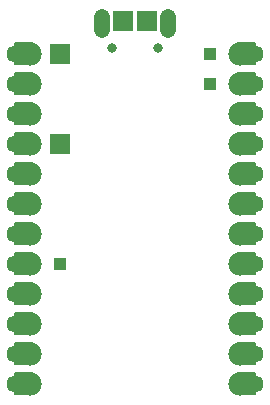
<source format=gbs>
G75*
%MOIN*%
%OFA0B0*%
%FSLAX25Y25*%
%IPPOS*%
%LPD*%
%AMOC8*
5,1,8,0,0,1.08239X$1,22.5*
%
%ADD10C,0.03162*%
%ADD11C,0.05169*%
%ADD12C,0.00500*%
%ADD13C,0.07800*%
%ADD14C,0.05700*%
%ADD15R,0.06800X0.06800*%
%ADD16R,0.04300X0.04300*%
D10*
X0038501Y0131732D03*
X0053856Y0131732D03*
D11*
X0057104Y0137816D02*
X0057104Y0142184D01*
X0035253Y0142184D02*
X0035253Y0137816D01*
D12*
X0006178Y0023500D02*
X0006178Y0016500D01*
X0011178Y0016500D01*
X0011861Y0016567D01*
X0012518Y0016766D01*
X0013123Y0017090D01*
X0013653Y0017525D01*
X0014089Y0018055D01*
X0014412Y0018661D01*
X0014611Y0019317D01*
X0014678Y0020000D01*
X0014611Y0020683D01*
X0014412Y0021339D01*
X0014089Y0021945D01*
X0013653Y0022475D01*
X0013123Y0022910D01*
X0012518Y0023234D01*
X0011861Y0023433D01*
X0011178Y0023500D01*
X0006178Y0023500D01*
X0006178Y0023439D02*
X0011798Y0023439D01*
X0013066Y0022940D02*
X0006178Y0022940D01*
X0006178Y0022442D02*
X0013680Y0022442D01*
X0014089Y0021943D02*
X0006178Y0021943D01*
X0006178Y0021445D02*
X0014356Y0021445D01*
X0014531Y0020946D02*
X0006178Y0020946D01*
X0006178Y0020448D02*
X0014634Y0020448D01*
X0014673Y0019949D02*
X0006178Y0019949D01*
X0006178Y0019451D02*
X0014624Y0019451D01*
X0014501Y0018952D02*
X0006178Y0018952D01*
X0006178Y0018454D02*
X0014302Y0018454D01*
X0014006Y0017955D02*
X0006178Y0017955D01*
X0006178Y0017457D02*
X0013570Y0017457D01*
X0012877Y0016958D02*
X0006178Y0016958D01*
X0006178Y0026500D02*
X0006178Y0033500D01*
X0011178Y0033500D01*
X0011861Y0033433D01*
X0012518Y0033234D01*
X0013123Y0032910D01*
X0013653Y0032475D01*
X0014089Y0031945D01*
X0014412Y0031339D01*
X0014611Y0030683D01*
X0014678Y0030000D01*
X0014611Y0029317D01*
X0014412Y0028661D01*
X0014089Y0028055D01*
X0013653Y0027525D01*
X0013123Y0027090D01*
X0012518Y0026766D01*
X0011861Y0026567D01*
X0011178Y0026500D01*
X0006178Y0026500D01*
X0006178Y0026929D02*
X0012821Y0026929D01*
X0013534Y0027427D02*
X0006178Y0027427D01*
X0006178Y0027926D02*
X0013982Y0027926D01*
X0014286Y0028424D02*
X0006178Y0028424D01*
X0006178Y0028923D02*
X0014492Y0028923D01*
X0014621Y0029421D02*
X0006178Y0029421D01*
X0006178Y0029920D02*
X0014671Y0029920D01*
X0014637Y0030418D02*
X0006178Y0030418D01*
X0006178Y0030917D02*
X0014540Y0030917D01*
X0014372Y0031415D02*
X0006178Y0031415D01*
X0006178Y0031914D02*
X0014105Y0031914D01*
X0013705Y0032412D02*
X0006178Y0032412D01*
X0006178Y0032911D02*
X0013122Y0032911D01*
X0011939Y0033409D02*
X0006178Y0033409D01*
X0006178Y0036500D02*
X0006178Y0043500D01*
X0011178Y0043500D01*
X0011861Y0043433D01*
X0012518Y0043234D01*
X0013123Y0042910D01*
X0013653Y0042475D01*
X0014089Y0041945D01*
X0014412Y0041339D01*
X0014611Y0040683D01*
X0014678Y0040000D01*
X0014611Y0039317D01*
X0014412Y0038661D01*
X0014089Y0038055D01*
X0013653Y0037525D01*
X0013123Y0037090D01*
X0012518Y0036766D01*
X0011861Y0036567D01*
X0011178Y0036500D01*
X0006178Y0036500D01*
X0006178Y0036899D02*
X0012765Y0036899D01*
X0013498Y0037397D02*
X0006178Y0037397D01*
X0006178Y0037896D02*
X0013958Y0037896D01*
X0014270Y0038394D02*
X0006178Y0038394D01*
X0006178Y0038893D02*
X0014482Y0038893D01*
X0014619Y0039391D02*
X0006178Y0039391D01*
X0006178Y0039890D02*
X0014668Y0039890D01*
X0014640Y0040388D02*
X0006178Y0040388D01*
X0006178Y0040887D02*
X0014549Y0040887D01*
X0014387Y0041385D02*
X0006178Y0041385D01*
X0006178Y0041884D02*
X0014121Y0041884D01*
X0013729Y0042382D02*
X0006178Y0042382D01*
X0006178Y0042881D02*
X0013159Y0042881D01*
X0012037Y0043379D02*
X0006178Y0043379D01*
X0006178Y0046500D02*
X0006178Y0053500D01*
X0011178Y0053500D01*
X0011861Y0053433D01*
X0012518Y0053234D01*
X0013123Y0052910D01*
X0013653Y0052475D01*
X0014089Y0051945D01*
X0014412Y0051339D01*
X0014611Y0050683D01*
X0014678Y0050000D01*
X0014611Y0049317D01*
X0014412Y0048661D01*
X0014089Y0048055D01*
X0013653Y0047525D01*
X0013123Y0047090D01*
X0012518Y0046766D01*
X0011861Y0046567D01*
X0011178Y0046500D01*
X0006178Y0046500D01*
X0006178Y0046869D02*
X0012710Y0046869D01*
X0013461Y0047368D02*
X0006178Y0047368D01*
X0006178Y0047866D02*
X0013933Y0047866D01*
X0014254Y0048365D02*
X0006178Y0048365D01*
X0006178Y0048863D02*
X0014473Y0048863D01*
X0014616Y0049362D02*
X0006178Y0049362D01*
X0006178Y0049860D02*
X0014665Y0049860D01*
X0014643Y0050359D02*
X0006178Y0050359D01*
X0006178Y0050857D02*
X0014558Y0050857D01*
X0014403Y0051356D02*
X0006178Y0051356D01*
X0006178Y0051854D02*
X0014137Y0051854D01*
X0013754Y0052353D02*
X0006178Y0052353D01*
X0006178Y0052851D02*
X0013195Y0052851D01*
X0012135Y0053350D02*
X0006178Y0053350D01*
X0006178Y0056500D02*
X0006178Y0063500D01*
X0011178Y0063500D01*
X0011861Y0063433D01*
X0012518Y0063234D01*
X0013123Y0062910D01*
X0013653Y0062475D01*
X0014089Y0061945D01*
X0014412Y0061339D01*
X0014611Y0060683D01*
X0014678Y0060000D01*
X0014611Y0059317D01*
X0014412Y0058661D01*
X0014089Y0058055D01*
X0013653Y0057525D01*
X0013123Y0057090D01*
X0012518Y0056766D01*
X0011861Y0056567D01*
X0011178Y0056500D01*
X0006178Y0056500D01*
X0006178Y0056839D02*
X0012654Y0056839D01*
X0013425Y0057338D02*
X0006178Y0057338D01*
X0006178Y0057836D02*
X0013909Y0057836D01*
X0014238Y0058335D02*
X0006178Y0058335D01*
X0006178Y0058833D02*
X0014464Y0058833D01*
X0014613Y0059332D02*
X0006178Y0059332D01*
X0006178Y0059830D02*
X0014662Y0059830D01*
X0014646Y0060329D02*
X0006178Y0060329D01*
X0006178Y0060827D02*
X0014567Y0060827D01*
X0014416Y0061326D02*
X0006178Y0061326D01*
X0006178Y0061824D02*
X0014153Y0061824D01*
X0013778Y0062323D02*
X0006178Y0062323D01*
X0006178Y0062821D02*
X0013231Y0062821D01*
X0012233Y0063320D02*
X0006178Y0063320D01*
X0006178Y0066500D02*
X0006178Y0073500D01*
X0011178Y0073500D01*
X0011861Y0073433D01*
X0012518Y0073234D01*
X0013123Y0072910D01*
X0013653Y0072475D01*
X0014089Y0071945D01*
X0014412Y0071339D01*
X0014611Y0070683D01*
X0014678Y0070000D01*
X0014611Y0069317D01*
X0014412Y0068661D01*
X0014089Y0068055D01*
X0013653Y0067525D01*
X0013123Y0067090D01*
X0012518Y0066766D01*
X0011861Y0066567D01*
X0011178Y0066500D01*
X0006178Y0066500D01*
X0006178Y0066809D02*
X0012598Y0066809D01*
X0013389Y0067308D02*
X0006178Y0067308D01*
X0006178Y0067806D02*
X0013884Y0067806D01*
X0014222Y0068305D02*
X0006178Y0068305D01*
X0006178Y0068803D02*
X0014455Y0068803D01*
X0014607Y0069302D02*
X0006178Y0069302D01*
X0006178Y0069801D02*
X0014659Y0069801D01*
X0014649Y0070299D02*
X0006178Y0070299D01*
X0006178Y0070798D02*
X0014576Y0070798D01*
X0014425Y0071296D02*
X0006178Y0071296D01*
X0006178Y0071795D02*
X0014169Y0071795D01*
X0013803Y0072293D02*
X0006178Y0072293D01*
X0006178Y0072792D02*
X0013267Y0072792D01*
X0012332Y0073290D02*
X0006178Y0073290D01*
X0006178Y0076500D02*
X0006178Y0083500D01*
X0011178Y0083500D01*
X0011861Y0083433D01*
X0012518Y0083234D01*
X0013123Y0082910D01*
X0013653Y0082475D01*
X0014089Y0081945D01*
X0014412Y0081339D01*
X0014611Y0080683D01*
X0014678Y0080000D01*
X0014611Y0079317D01*
X0014412Y0078661D01*
X0014089Y0078055D01*
X0013653Y0077525D01*
X0013123Y0077090D01*
X0012518Y0076766D01*
X0011861Y0076567D01*
X0011178Y0076500D01*
X0006178Y0076500D01*
X0006178Y0076780D02*
X0012543Y0076780D01*
X0013352Y0077278D02*
X0006178Y0077278D01*
X0006178Y0077777D02*
X0013860Y0077777D01*
X0014206Y0078275D02*
X0006178Y0078275D01*
X0006178Y0078774D02*
X0014446Y0078774D01*
X0014598Y0079272D02*
X0006178Y0079272D01*
X0006178Y0079771D02*
X0014656Y0079771D01*
X0014652Y0080269D02*
X0006178Y0080269D01*
X0006178Y0080768D02*
X0014585Y0080768D01*
X0014434Y0081266D02*
X0006178Y0081266D01*
X0006178Y0081765D02*
X0014185Y0081765D01*
X0013827Y0082263D02*
X0006178Y0082263D01*
X0006178Y0082762D02*
X0013304Y0082762D01*
X0012430Y0083260D02*
X0006178Y0083260D01*
X0006178Y0086500D02*
X0006178Y0093500D01*
X0011178Y0093500D01*
X0011861Y0093433D01*
X0012518Y0093234D01*
X0013123Y0092910D01*
X0013653Y0092475D01*
X0014089Y0091945D01*
X0014412Y0091339D01*
X0014611Y0090683D01*
X0014678Y0090000D01*
X0014611Y0089317D01*
X0014412Y0088661D01*
X0014089Y0088055D01*
X0013653Y0087525D01*
X0013123Y0087090D01*
X0012518Y0086766D01*
X0011861Y0086567D01*
X0011178Y0086500D01*
X0006178Y0086500D01*
X0006178Y0086750D02*
X0012463Y0086750D01*
X0013316Y0087248D02*
X0006178Y0087248D01*
X0006178Y0087747D02*
X0013835Y0087747D01*
X0014190Y0088245D02*
X0006178Y0088245D01*
X0006178Y0088744D02*
X0014437Y0088744D01*
X0014589Y0089242D02*
X0006178Y0089242D01*
X0006178Y0089741D02*
X0014653Y0089741D01*
X0014655Y0090239D02*
X0006178Y0090239D01*
X0006178Y0090738D02*
X0014594Y0090738D01*
X0014443Y0091237D02*
X0006178Y0091237D01*
X0006178Y0091735D02*
X0014201Y0091735D01*
X0013851Y0092234D02*
X0006178Y0092234D01*
X0006178Y0092732D02*
X0013340Y0092732D01*
X0012524Y0093231D02*
X0006178Y0093231D01*
X0006178Y0096500D02*
X0006178Y0103500D01*
X0011178Y0103500D01*
X0011861Y0103433D01*
X0012518Y0103234D01*
X0013123Y0102910D01*
X0013653Y0102475D01*
X0014089Y0101945D01*
X0014412Y0101339D01*
X0014611Y0100683D01*
X0014678Y0100000D01*
X0014611Y0099317D01*
X0014412Y0098661D01*
X0014089Y0098055D01*
X0013653Y0097525D01*
X0013123Y0097090D01*
X0012518Y0096766D01*
X0011861Y0096567D01*
X0011178Y0096500D01*
X0006178Y0096500D01*
X0006178Y0096720D02*
X0012365Y0096720D01*
X0013280Y0097219D02*
X0006178Y0097219D01*
X0006178Y0097717D02*
X0013811Y0097717D01*
X0014174Y0098216D02*
X0006178Y0098216D01*
X0006178Y0098714D02*
X0014428Y0098714D01*
X0014580Y0099213D02*
X0006178Y0099213D01*
X0006178Y0099711D02*
X0014650Y0099711D01*
X0014658Y0100210D02*
X0006178Y0100210D01*
X0006178Y0100708D02*
X0014603Y0100708D01*
X0014452Y0101207D02*
X0006178Y0101207D01*
X0006178Y0101705D02*
X0014216Y0101705D01*
X0013876Y0102204D02*
X0006178Y0102204D01*
X0006178Y0102702D02*
X0013376Y0102702D01*
X0012579Y0103201D02*
X0006178Y0103201D01*
X0006178Y0106500D02*
X0006178Y0113500D01*
X0011178Y0113500D01*
X0011861Y0113433D01*
X0012518Y0113234D01*
X0013123Y0112910D01*
X0013653Y0112475D01*
X0014089Y0111945D01*
X0014412Y0111339D01*
X0014611Y0110683D01*
X0014678Y0110000D01*
X0014611Y0109317D01*
X0014412Y0108661D01*
X0014089Y0108055D01*
X0013653Y0107525D01*
X0013123Y0107090D01*
X0012518Y0106766D01*
X0011861Y0106567D01*
X0011178Y0106500D01*
X0006178Y0106500D01*
X0006178Y0106690D02*
X0012267Y0106690D01*
X0013244Y0107189D02*
X0006178Y0107189D01*
X0006178Y0107687D02*
X0013786Y0107687D01*
X0014158Y0108186D02*
X0006178Y0108186D01*
X0006178Y0108684D02*
X0014419Y0108684D01*
X0014570Y0109183D02*
X0006178Y0109183D01*
X0006178Y0109681D02*
X0014647Y0109681D01*
X0014661Y0110180D02*
X0006178Y0110180D01*
X0006178Y0110678D02*
X0014612Y0110678D01*
X0014461Y0111177D02*
X0006178Y0111177D01*
X0006178Y0111675D02*
X0014232Y0111675D01*
X0013900Y0112174D02*
X0006178Y0112174D01*
X0006178Y0112672D02*
X0013413Y0112672D01*
X0012635Y0113171D02*
X0006178Y0113171D01*
X0006178Y0116500D02*
X0006178Y0123500D01*
X0011178Y0123500D01*
X0011861Y0123433D01*
X0012518Y0123234D01*
X0013123Y0122910D01*
X0013653Y0122475D01*
X0014089Y0121945D01*
X0014412Y0121339D01*
X0014611Y0120683D01*
X0014678Y0120000D01*
X0014611Y0119317D01*
X0014412Y0118661D01*
X0014089Y0118055D01*
X0013653Y0117525D01*
X0013123Y0117090D01*
X0012518Y0116766D01*
X0011861Y0116567D01*
X0011178Y0116500D01*
X0006178Y0116500D01*
X0006178Y0116661D02*
X0012169Y0116661D01*
X0013207Y0117159D02*
X0006178Y0117159D01*
X0006178Y0117658D02*
X0013762Y0117658D01*
X0014142Y0118156D02*
X0006178Y0118156D01*
X0006178Y0118655D02*
X0014409Y0118655D01*
X0014561Y0119153D02*
X0006178Y0119153D01*
X0006178Y0119652D02*
X0014644Y0119652D01*
X0014664Y0120150D02*
X0006178Y0120150D01*
X0006178Y0120649D02*
X0014615Y0120649D01*
X0014470Y0121147D02*
X0006178Y0121147D01*
X0006178Y0121646D02*
X0014248Y0121646D01*
X0013925Y0122144D02*
X0006178Y0122144D01*
X0006178Y0122643D02*
X0013449Y0122643D01*
X0012691Y0123141D02*
X0006178Y0123141D01*
X0006178Y0126500D02*
X0006178Y0133500D01*
X0011178Y0133500D01*
X0011861Y0133433D01*
X0012518Y0133234D01*
X0013123Y0132910D01*
X0013653Y0132475D01*
X0014089Y0131945D01*
X0014412Y0131339D01*
X0014611Y0130683D01*
X0014678Y0130000D01*
X0014611Y0129317D01*
X0014412Y0128661D01*
X0014089Y0128055D01*
X0013653Y0127525D01*
X0013123Y0127090D01*
X0012518Y0126766D01*
X0011861Y0126567D01*
X0011178Y0126500D01*
X0006178Y0126500D01*
X0006178Y0126631D02*
X0012071Y0126631D01*
X0013171Y0127129D02*
X0006178Y0127129D01*
X0006178Y0127628D02*
X0013738Y0127628D01*
X0014126Y0128126D02*
X0006178Y0128126D01*
X0006178Y0128625D02*
X0014393Y0128625D01*
X0014552Y0129123D02*
X0006178Y0129123D01*
X0006178Y0129622D02*
X0014641Y0129622D01*
X0014667Y0130120D02*
X0006178Y0130120D01*
X0006178Y0130619D02*
X0014617Y0130619D01*
X0014479Y0131117D02*
X0006178Y0131117D01*
X0006178Y0131616D02*
X0014264Y0131616D01*
X0013949Y0132114D02*
X0006178Y0132114D01*
X0006178Y0132613D02*
X0013485Y0132613D01*
X0012746Y0133111D02*
X0006178Y0133111D01*
X0077678Y0130000D02*
X0077746Y0130683D01*
X0077945Y0131339D01*
X0078268Y0131945D01*
X0078704Y0132475D01*
X0079234Y0132910D01*
X0079839Y0133234D01*
X0080496Y0133433D01*
X0081178Y0133500D01*
X0086178Y0133500D01*
X0086178Y0126500D01*
X0081178Y0126500D01*
X0080496Y0126567D01*
X0079839Y0126766D01*
X0079234Y0127090D01*
X0078704Y0127525D01*
X0078268Y0128055D01*
X0077945Y0128661D01*
X0077746Y0129317D01*
X0077678Y0130000D01*
X0077690Y0130120D02*
X0086178Y0130120D01*
X0086178Y0129622D02*
X0077716Y0129622D01*
X0077805Y0129123D02*
X0086178Y0129123D01*
X0086178Y0128625D02*
X0077964Y0128625D01*
X0078230Y0128126D02*
X0086178Y0128126D01*
X0086178Y0127628D02*
X0078619Y0127628D01*
X0079186Y0127129D02*
X0086178Y0127129D01*
X0086178Y0126631D02*
X0080286Y0126631D01*
X0080496Y0123433D02*
X0081178Y0123500D01*
X0086178Y0123500D01*
X0086178Y0116500D01*
X0081178Y0116500D01*
X0080496Y0116567D01*
X0079839Y0116766D01*
X0079234Y0117090D01*
X0078704Y0117525D01*
X0078268Y0118055D01*
X0077945Y0118661D01*
X0077746Y0119317D01*
X0077678Y0120000D01*
X0077746Y0120683D01*
X0077945Y0121339D01*
X0078268Y0121945D01*
X0078704Y0122475D01*
X0079234Y0122910D01*
X0079839Y0123234D01*
X0080496Y0123433D01*
X0079666Y0123141D02*
X0086178Y0123141D01*
X0086178Y0122643D02*
X0078908Y0122643D01*
X0078432Y0122144D02*
X0086178Y0122144D01*
X0086178Y0121646D02*
X0078109Y0121646D01*
X0077887Y0121147D02*
X0086178Y0121147D01*
X0086178Y0120649D02*
X0077742Y0120649D01*
X0077693Y0120150D02*
X0086178Y0120150D01*
X0086178Y0119652D02*
X0077713Y0119652D01*
X0077795Y0119153D02*
X0086178Y0119153D01*
X0086178Y0118655D02*
X0077948Y0118655D01*
X0078215Y0118156D02*
X0086178Y0118156D01*
X0086178Y0117658D02*
X0078595Y0117658D01*
X0079150Y0117159D02*
X0086178Y0117159D01*
X0086178Y0116661D02*
X0080188Y0116661D01*
X0080496Y0113433D02*
X0081178Y0113500D01*
X0086178Y0113500D01*
X0086178Y0106500D01*
X0081178Y0106500D01*
X0080496Y0106567D01*
X0079839Y0106766D01*
X0079234Y0107090D01*
X0078704Y0107525D01*
X0078268Y0108055D01*
X0077945Y0108661D01*
X0077746Y0109317D01*
X0077678Y0110000D01*
X0077746Y0110683D01*
X0077945Y0111339D01*
X0078268Y0111945D01*
X0078704Y0112475D01*
X0079234Y0112910D01*
X0079839Y0113234D01*
X0080496Y0113433D01*
X0079722Y0113171D02*
X0086178Y0113171D01*
X0086178Y0112672D02*
X0078944Y0112672D01*
X0078457Y0112174D02*
X0086178Y0112174D01*
X0086178Y0111675D02*
X0078125Y0111675D01*
X0077896Y0111177D02*
X0086178Y0111177D01*
X0086178Y0110678D02*
X0077745Y0110678D01*
X0077696Y0110180D02*
X0086178Y0110180D01*
X0086178Y0109681D02*
X0077710Y0109681D01*
X0077786Y0109183D02*
X0086178Y0109183D01*
X0086178Y0108684D02*
X0077938Y0108684D01*
X0078199Y0108186D02*
X0086178Y0108186D01*
X0086178Y0107687D02*
X0078570Y0107687D01*
X0079113Y0107189D02*
X0086178Y0107189D01*
X0086178Y0106690D02*
X0080090Y0106690D01*
X0080496Y0103433D02*
X0081178Y0103500D01*
X0086178Y0103500D01*
X0086178Y0096500D01*
X0081178Y0096500D01*
X0080496Y0096567D01*
X0079839Y0096766D01*
X0079234Y0097090D01*
X0078704Y0097525D01*
X0078268Y0098055D01*
X0077945Y0098661D01*
X0077746Y0099317D01*
X0077678Y0100000D01*
X0077746Y0100683D01*
X0077945Y0101339D01*
X0078268Y0101945D01*
X0078704Y0102475D01*
X0079234Y0102910D01*
X0079839Y0103234D01*
X0080496Y0103433D01*
X0079778Y0103201D02*
X0086178Y0103201D01*
X0086178Y0102702D02*
X0078981Y0102702D01*
X0078481Y0102204D02*
X0086178Y0102204D01*
X0086178Y0101705D02*
X0078140Y0101705D01*
X0077905Y0101207D02*
X0086178Y0101207D01*
X0086178Y0100708D02*
X0077753Y0100708D01*
X0077699Y0100210D02*
X0086178Y0100210D01*
X0086178Y0099711D02*
X0077707Y0099711D01*
X0077777Y0099213D02*
X0086178Y0099213D01*
X0086178Y0098714D02*
X0077929Y0098714D01*
X0078183Y0098216D02*
X0086178Y0098216D01*
X0086178Y0097717D02*
X0078546Y0097717D01*
X0079077Y0097219D02*
X0086178Y0097219D01*
X0086178Y0096720D02*
X0079992Y0096720D01*
X0080496Y0093433D02*
X0081178Y0093500D01*
X0086178Y0093500D01*
X0086178Y0086500D01*
X0081178Y0086500D01*
X0080496Y0086567D01*
X0079839Y0086766D01*
X0079234Y0087090D01*
X0078704Y0087525D01*
X0078268Y0088055D01*
X0077945Y0088661D01*
X0077746Y0089317D01*
X0077678Y0090000D01*
X0077746Y0090683D01*
X0077945Y0091339D01*
X0078268Y0091945D01*
X0078704Y0092475D01*
X0079234Y0092910D01*
X0079839Y0093234D01*
X0080496Y0093433D01*
X0079833Y0093231D02*
X0086178Y0093231D01*
X0086178Y0092732D02*
X0079017Y0092732D01*
X0078506Y0092234D02*
X0086178Y0092234D01*
X0086178Y0091735D02*
X0078156Y0091735D01*
X0077914Y0091237D02*
X0086178Y0091237D01*
X0086178Y0090738D02*
X0077762Y0090738D01*
X0077702Y0090239D02*
X0086178Y0090239D01*
X0086178Y0089741D02*
X0077704Y0089741D01*
X0077768Y0089242D02*
X0086178Y0089242D01*
X0086178Y0088744D02*
X0077920Y0088744D01*
X0078167Y0088245D02*
X0086178Y0088245D01*
X0086178Y0087747D02*
X0078522Y0087747D01*
X0079041Y0087248D02*
X0086178Y0087248D01*
X0086178Y0086750D02*
X0079894Y0086750D01*
X0080496Y0083433D02*
X0081178Y0083500D01*
X0086178Y0083500D01*
X0086178Y0076500D01*
X0081178Y0076500D01*
X0080496Y0076567D01*
X0079839Y0076766D01*
X0079234Y0077090D01*
X0078704Y0077525D01*
X0078268Y0078055D01*
X0077945Y0078661D01*
X0077746Y0079317D01*
X0077678Y0080000D01*
X0077746Y0080683D01*
X0077945Y0081339D01*
X0078268Y0081945D01*
X0078704Y0082475D01*
X0079234Y0082910D01*
X0079839Y0083234D01*
X0080496Y0083433D01*
X0079927Y0083260D02*
X0086178Y0083260D01*
X0086178Y0082762D02*
X0079053Y0082762D01*
X0078530Y0082263D02*
X0086178Y0082263D01*
X0086178Y0081765D02*
X0078172Y0081765D01*
X0077923Y0081266D02*
X0086178Y0081266D01*
X0086178Y0080768D02*
X0077771Y0080768D01*
X0077705Y0080269D02*
X0086178Y0080269D01*
X0086178Y0079771D02*
X0077701Y0079771D01*
X0077759Y0079272D02*
X0086178Y0079272D01*
X0086178Y0078774D02*
X0077911Y0078774D01*
X0078151Y0078275D02*
X0086178Y0078275D01*
X0086178Y0077777D02*
X0078497Y0077777D01*
X0079004Y0077278D02*
X0086178Y0077278D01*
X0086178Y0076780D02*
X0079814Y0076780D01*
X0080496Y0073433D02*
X0081178Y0073500D01*
X0086178Y0073500D01*
X0086178Y0066500D01*
X0081178Y0066500D01*
X0080496Y0066567D01*
X0079839Y0066766D01*
X0079234Y0067090D01*
X0078704Y0067525D01*
X0078268Y0068055D01*
X0077945Y0068661D01*
X0077746Y0069317D01*
X0077678Y0070000D01*
X0077746Y0070683D01*
X0077945Y0071339D01*
X0078268Y0071945D01*
X0078704Y0072475D01*
X0079234Y0072910D01*
X0079839Y0073234D01*
X0080496Y0073433D01*
X0080025Y0073290D02*
X0086178Y0073290D01*
X0086178Y0072792D02*
X0079089Y0072792D01*
X0078554Y0072293D02*
X0086178Y0072293D01*
X0086178Y0071795D02*
X0078188Y0071795D01*
X0077932Y0071296D02*
X0086178Y0071296D01*
X0086178Y0070798D02*
X0077780Y0070798D01*
X0077708Y0070299D02*
X0086178Y0070299D01*
X0086178Y0069801D02*
X0077698Y0069801D01*
X0077750Y0069302D02*
X0086178Y0069302D01*
X0086178Y0068803D02*
X0077902Y0068803D01*
X0078135Y0068305D02*
X0086178Y0068305D01*
X0086178Y0067806D02*
X0078473Y0067806D01*
X0078968Y0067308D02*
X0086178Y0067308D01*
X0086178Y0066809D02*
X0079759Y0066809D01*
X0080496Y0063433D02*
X0081178Y0063500D01*
X0086178Y0063500D01*
X0086178Y0056500D01*
X0081178Y0056500D01*
X0080496Y0056567D01*
X0079839Y0056766D01*
X0079234Y0057090D01*
X0078704Y0057525D01*
X0078268Y0058055D01*
X0077945Y0058661D01*
X0077746Y0059317D01*
X0077678Y0060000D01*
X0077746Y0060683D01*
X0077945Y0061339D01*
X0078268Y0061945D01*
X0078704Y0062475D01*
X0079234Y0062910D01*
X0079839Y0063234D01*
X0080496Y0063433D01*
X0080124Y0063320D02*
X0086178Y0063320D01*
X0086178Y0062821D02*
X0079126Y0062821D01*
X0078579Y0062323D02*
X0086178Y0062323D01*
X0086178Y0061824D02*
X0078204Y0061824D01*
X0077941Y0061326D02*
X0086178Y0061326D01*
X0086178Y0060827D02*
X0077790Y0060827D01*
X0077711Y0060329D02*
X0086178Y0060329D01*
X0086178Y0059830D02*
X0077695Y0059830D01*
X0077744Y0059332D02*
X0086178Y0059332D01*
X0086178Y0058833D02*
X0077893Y0058833D01*
X0078119Y0058335D02*
X0086178Y0058335D01*
X0086178Y0057836D02*
X0078448Y0057836D01*
X0078932Y0057338D02*
X0086178Y0057338D01*
X0086178Y0056839D02*
X0079703Y0056839D01*
X0080496Y0053433D02*
X0081178Y0053500D01*
X0086178Y0053500D01*
X0086178Y0046500D01*
X0081178Y0046500D01*
X0080496Y0046567D01*
X0079839Y0046766D01*
X0079234Y0047090D01*
X0078704Y0047525D01*
X0078268Y0048055D01*
X0077945Y0048661D01*
X0077746Y0049317D01*
X0077678Y0050000D01*
X0077746Y0050683D01*
X0077945Y0051339D01*
X0078268Y0051945D01*
X0078704Y0052475D01*
X0079234Y0052910D01*
X0079839Y0053234D01*
X0080496Y0053433D01*
X0080222Y0053350D02*
X0086178Y0053350D01*
X0086178Y0052851D02*
X0079162Y0052851D01*
X0078603Y0052353D02*
X0086178Y0052353D01*
X0086178Y0051854D02*
X0078220Y0051854D01*
X0077954Y0051356D02*
X0086178Y0051356D01*
X0086178Y0050857D02*
X0077799Y0050857D01*
X0077714Y0050359D02*
X0086178Y0050359D01*
X0086178Y0049860D02*
X0077692Y0049860D01*
X0077741Y0049362D02*
X0086178Y0049362D01*
X0086178Y0048863D02*
X0077883Y0048863D01*
X0078103Y0048365D02*
X0086178Y0048365D01*
X0086178Y0047866D02*
X0078424Y0047866D01*
X0078896Y0047368D02*
X0086178Y0047368D01*
X0086178Y0046869D02*
X0079647Y0046869D01*
X0080496Y0043433D02*
X0081178Y0043500D01*
X0086178Y0043500D01*
X0086178Y0036500D01*
X0081178Y0036500D01*
X0080496Y0036567D01*
X0079839Y0036766D01*
X0079234Y0037090D01*
X0078704Y0037525D01*
X0078268Y0038055D01*
X0077945Y0038661D01*
X0077746Y0039317D01*
X0077678Y0040000D01*
X0077746Y0040683D01*
X0077945Y0041339D01*
X0078268Y0041945D01*
X0078704Y0042475D01*
X0079234Y0042910D01*
X0079839Y0043234D01*
X0080496Y0043433D01*
X0080320Y0043379D02*
X0086178Y0043379D01*
X0086178Y0042881D02*
X0079198Y0042881D01*
X0078628Y0042382D02*
X0086178Y0042382D01*
X0086178Y0041884D02*
X0078236Y0041884D01*
X0077969Y0041385D02*
X0086178Y0041385D01*
X0086178Y0040887D02*
X0077808Y0040887D01*
X0077717Y0040388D02*
X0086178Y0040388D01*
X0086178Y0039890D02*
X0077689Y0039890D01*
X0077738Y0039391D02*
X0086178Y0039391D01*
X0086178Y0038893D02*
X0077874Y0038893D01*
X0078087Y0038394D02*
X0086178Y0038394D01*
X0086178Y0037896D02*
X0078399Y0037896D01*
X0078859Y0037397D02*
X0086178Y0037397D01*
X0086178Y0036899D02*
X0079591Y0036899D01*
X0080496Y0033433D02*
X0081178Y0033500D01*
X0086178Y0033500D01*
X0086178Y0026500D01*
X0081178Y0026500D01*
X0080496Y0026567D01*
X0079839Y0026766D01*
X0079234Y0027090D01*
X0078704Y0027525D01*
X0078268Y0028055D01*
X0077945Y0028661D01*
X0077746Y0029317D01*
X0077678Y0030000D01*
X0077746Y0030683D01*
X0077945Y0031339D01*
X0078268Y0031945D01*
X0078704Y0032475D01*
X0079234Y0032910D01*
X0079839Y0033234D01*
X0080496Y0033433D01*
X0080418Y0033409D02*
X0086178Y0033409D01*
X0086178Y0032911D02*
X0079235Y0032911D01*
X0078652Y0032412D02*
X0086178Y0032412D01*
X0086178Y0031914D02*
X0078252Y0031914D01*
X0077985Y0031415D02*
X0086178Y0031415D01*
X0086178Y0030917D02*
X0077817Y0030917D01*
X0077720Y0030418D02*
X0086178Y0030418D01*
X0086178Y0029920D02*
X0077686Y0029920D01*
X0077735Y0029421D02*
X0086178Y0029421D01*
X0086178Y0028923D02*
X0077865Y0028923D01*
X0078071Y0028424D02*
X0086178Y0028424D01*
X0086178Y0027926D02*
X0078375Y0027926D01*
X0078823Y0027427D02*
X0086178Y0027427D01*
X0086178Y0026929D02*
X0079536Y0026929D01*
X0080496Y0023433D02*
X0081178Y0023500D01*
X0086178Y0023500D01*
X0086178Y0016500D01*
X0081178Y0016500D01*
X0080496Y0016567D01*
X0079839Y0016766D01*
X0079234Y0017090D01*
X0078704Y0017525D01*
X0078268Y0018055D01*
X0077945Y0018661D01*
X0077746Y0019317D01*
X0077678Y0020000D01*
X0077746Y0020683D01*
X0077945Y0021339D01*
X0078268Y0021945D01*
X0078704Y0022475D01*
X0079234Y0022910D01*
X0079839Y0023234D01*
X0080496Y0023433D01*
X0080559Y0023439D02*
X0086178Y0023439D01*
X0086178Y0022940D02*
X0079291Y0022940D01*
X0078677Y0022442D02*
X0086178Y0022442D01*
X0086178Y0021943D02*
X0078268Y0021943D01*
X0078001Y0021445D02*
X0086178Y0021445D01*
X0086178Y0020946D02*
X0077826Y0020946D01*
X0077723Y0020448D02*
X0086178Y0020448D01*
X0086178Y0019949D02*
X0077683Y0019949D01*
X0077733Y0019451D02*
X0086178Y0019451D01*
X0086178Y0018952D02*
X0077856Y0018952D01*
X0078055Y0018454D02*
X0086178Y0018454D01*
X0086178Y0017955D02*
X0078351Y0017955D01*
X0078787Y0017457D02*
X0086178Y0017457D01*
X0086178Y0016958D02*
X0079480Y0016958D01*
X0077739Y0130619D02*
X0086178Y0130619D01*
X0086178Y0131117D02*
X0077878Y0131117D01*
X0078093Y0131616D02*
X0086178Y0131616D01*
X0086178Y0132114D02*
X0078408Y0132114D01*
X0078872Y0132613D02*
X0086178Y0132613D01*
X0086178Y0133111D02*
X0079611Y0133111D01*
D13*
X0081178Y0130000D03*
X0081178Y0120000D03*
X0081178Y0110000D03*
X0081178Y0100000D03*
X0081178Y0090000D03*
X0081178Y0080000D03*
X0081178Y0070000D03*
X0081178Y0060000D03*
X0081178Y0050000D03*
X0081178Y0040000D03*
X0081178Y0030000D03*
X0081178Y0020000D03*
X0011178Y0020000D03*
X0011178Y0030000D03*
X0011178Y0040000D03*
X0011178Y0050000D03*
X0011178Y0060000D03*
X0011178Y0070000D03*
X0011178Y0080000D03*
X0011178Y0090000D03*
X0011178Y0100000D03*
X0011178Y0110000D03*
X0011178Y0120000D03*
X0011178Y0130000D03*
D14*
X0006178Y0130000D03*
X0006178Y0120000D03*
X0006178Y0110000D03*
X0006178Y0100000D03*
X0006178Y0090000D03*
X0006178Y0080000D03*
X0006178Y0070000D03*
X0006178Y0060000D03*
X0006178Y0050000D03*
X0006178Y0040000D03*
X0006178Y0030000D03*
X0006178Y0020000D03*
X0086178Y0020000D03*
X0086178Y0030000D03*
X0086178Y0040000D03*
X0086178Y0050000D03*
X0086178Y0060000D03*
X0086178Y0070000D03*
X0086178Y0080000D03*
X0086178Y0090000D03*
X0086178Y0100000D03*
X0086178Y0110000D03*
X0086178Y0120000D03*
X0086178Y0130000D03*
D15*
X0050178Y0141000D03*
X0042178Y0141000D03*
X0021178Y0130000D03*
X0021178Y0100000D03*
D16*
X0071178Y0120000D03*
X0071178Y0130000D03*
X0021178Y0060000D03*
M02*

</source>
